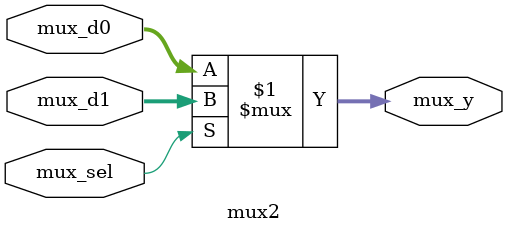
<source format=v>
module mux2 #(
    parameter WIDTH = 8
)(
    input  wire [WIDTH-1:0] mux_d0,
    input  wire [WIDTH-1:0] mux_d1,
    input  wire             mux_sel,
    output wire [WIDTH-1:0] mux_y
);

    assign mux_y = mux_sel ? mux_d1 : mux_d0;

endmodule

</source>
